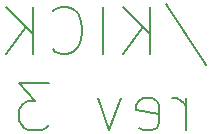
<source format=gbr>
%TF.GenerationSoftware,KiCad,Pcbnew,(6.0.5)*%
%TF.CreationDate,2022-06-26T17:30:21+02:00*%
%TF.ProjectId,midiperformer,6d696469-7065-4726-966f-726d65722e6b,rev?*%
%TF.SameCoordinates,Original*%
%TF.FileFunction,Legend,Bot*%
%TF.FilePolarity,Positive*%
%FSLAX46Y46*%
G04 Gerber Fmt 4.6, Leading zero omitted, Abs format (unit mm)*
G04 Created by KiCad (PCBNEW (6.0.5)) date 2022-06-26 17:30:21*
%MOMM*%
%LPD*%
G01*
G04 APERTURE LIST*
%ADD10C,0.150000*%
%ADD11R,1.700000X1.700000*%
%ADD12O,1.700000X1.700000*%
%ADD13C,1.600000*%
%ADD14R,1.600000X1.600000*%
%ADD15O,1.600000X1.600000*%
%ADD16C,6.400000*%
%ADD17C,0.800000*%
G04 APERTURE END LIST*
D10*
X234638095Y-76899047D02*
X238066666Y-82041904D01*
X233304761Y-81089523D02*
X233304761Y-77089523D01*
X231019047Y-81089523D02*
X232733333Y-78803809D01*
X231019047Y-77089523D02*
X233304761Y-79375238D01*
X229304761Y-81089523D02*
X229304761Y-77089523D01*
X225114285Y-80708571D02*
X225304761Y-80899047D01*
X225876190Y-81089523D01*
X226257142Y-81089523D01*
X226828571Y-80899047D01*
X227209523Y-80518095D01*
X227400000Y-80137142D01*
X227590476Y-79375238D01*
X227590476Y-78803809D01*
X227400000Y-78041904D01*
X227209523Y-77660952D01*
X226828571Y-77280000D01*
X226257142Y-77089523D01*
X225876190Y-77089523D01*
X225304761Y-77280000D01*
X225114285Y-77470476D01*
X223400000Y-81089523D02*
X223400000Y-77089523D01*
X221114285Y-81089523D02*
X222828571Y-78803809D01*
X221114285Y-77089523D02*
X223400000Y-79375238D01*
X236352380Y-87529523D02*
X236352380Y-84862857D01*
X236352380Y-85624761D02*
X236161904Y-85243809D01*
X235971428Y-85053333D01*
X235590476Y-84862857D01*
X235209523Y-84862857D01*
X232352380Y-87339047D02*
X232733333Y-87529523D01*
X233495238Y-87529523D01*
X233876190Y-87339047D01*
X234066666Y-86958095D01*
X234066666Y-85434285D01*
X233876190Y-85053333D01*
X233495238Y-84862857D01*
X232733333Y-84862857D01*
X232352380Y-85053333D01*
X232161904Y-85434285D01*
X232161904Y-85815238D01*
X234066666Y-86196190D01*
X230828571Y-84862857D02*
X229876190Y-87529523D01*
X228923809Y-84862857D01*
X224733333Y-83529523D02*
X222257142Y-83529523D01*
X223590476Y-85053333D01*
X223019047Y-85053333D01*
X222638095Y-85243809D01*
X222447619Y-85434285D01*
X222257142Y-85815238D01*
X222257142Y-86767619D01*
X222447619Y-87148571D01*
X222638095Y-87339047D01*
X223019047Y-87529523D01*
X224161904Y-87529523D01*
X224542857Y-87339047D01*
X224733333Y-87148571D01*
%LPC*%
D11*
%TO.C,J4*%
X208875000Y-66932744D03*
D12*
X211415000Y-66932744D03*
X213955000Y-66932744D03*
%TD*%
D11*
%TO.C,J3*%
X208875000Y-60082744D03*
D12*
X211415000Y-60082744D03*
X213955000Y-60082744D03*
%TD*%
D11*
%TO.C,SW1*%
X212400000Y-97400000D03*
D12*
X214940000Y-97400000D03*
%TD*%
D11*
%TO.C,J1*%
X219735000Y-59882744D03*
D12*
X222275000Y-59882744D03*
X224815000Y-59882744D03*
%TD*%
D11*
%TO.C,J6*%
X200335000Y-89780000D03*
D12*
X202875000Y-89780000D03*
X200335000Y-87240000D03*
X202875000Y-87240000D03*
X200335000Y-84700000D03*
X202875000Y-84700000D03*
X200335000Y-82160000D03*
X202875000Y-82160000D03*
X200335000Y-79620000D03*
X202875000Y-79620000D03*
X200335000Y-77080000D03*
X202875000Y-77080000D03*
X200335000Y-74540000D03*
X202875000Y-74540000D03*
X200335000Y-72000000D03*
X202875000Y-72000000D03*
%TD*%
D13*
%TO.C,U4*%
X242570000Y-74960000D03*
X240030000Y-74960000D03*
X237490000Y-74960000D03*
X234950000Y-74960000D03*
X232410000Y-74960000D03*
X229870000Y-74960000D03*
X227330000Y-74960000D03*
X224790000Y-74960000D03*
X222250000Y-74960000D03*
X219710000Y-74960000D03*
X217170000Y-74960000D03*
X214630000Y-74960000D03*
X212090000Y-74960000D03*
X209550000Y-74960000D03*
X209550000Y-90200000D03*
X212090000Y-90200000D03*
X214630000Y-90200000D03*
X217170000Y-90200000D03*
X219710000Y-90200000D03*
X222250000Y-90200000D03*
X224790000Y-90200000D03*
X227330000Y-90200000D03*
X229870000Y-90200000D03*
X232410000Y-90200000D03*
X234950000Y-90200000D03*
X237490000Y-90200000D03*
X240030000Y-90200000D03*
X242570000Y-90200000D03*
%TD*%
D11*
%TO.C,J2*%
X233950000Y-59857744D03*
D12*
X236490000Y-59857744D03*
X239030000Y-59857744D03*
%TD*%
D14*
%TO.C,U2*%
X241275000Y-62882744D03*
D15*
X238735000Y-62882744D03*
X236195000Y-62882744D03*
X233655000Y-62882744D03*
X233655000Y-70502744D03*
X236195000Y-70502744D03*
X238735000Y-70502744D03*
X241275000Y-70502744D03*
%TD*%
D16*
%TO.C,H1*%
X238600000Y-95000000D03*
%TD*%
D11*
%TO.C,U5*%
X202075000Y-97575000D03*
D12*
X204615000Y-97575000D03*
X207155000Y-97575000D03*
%TD*%
D16*
%TO.C,H2*%
X203800000Y-63600000D03*
%TD*%
D11*
%TO.C,J5*%
X221000000Y-95000000D03*
D12*
X221000000Y-97540000D03*
%TD*%
D14*
%TO.C,U1*%
X225075000Y-62882744D03*
D15*
X222535000Y-62882744D03*
X219995000Y-62882744D03*
X217455000Y-62882744D03*
X217455000Y-70502744D03*
X219995000Y-70502744D03*
X222535000Y-70502744D03*
X225075000Y-70502744D03*
%TD*%
D17*
X209600000Y-79100000D03*
X207200000Y-91600000D03*
X208500000Y-63800000D03*
X236600000Y-76800000D03*
X239100000Y-88500000D03*
X211000000Y-76700000D03*
X242900000Y-72600000D03*
X228100000Y-69200000D03*
X208500000Y-70700000D03*
X211700000Y-93100000D03*
X226000000Y-88700000D03*
X233500000Y-66600000D03*
X209000000Y-84700000D03*
X203200000Y-69200000D03*
X230800000Y-59800000D03*
X221600000Y-73000000D03*
X227000000Y-72900000D03*
X208900000Y-87200000D03*
X241200000Y-66300000D03*
X217600000Y-77000000D03*
X209800000Y-97400000D03*
X217400000Y-82000000D03*
X216200000Y-61300000D03*
X216688158Y-93694734D03*
X218900000Y-67300000D03*
X224200000Y-84600000D03*
X220800000Y-84000000D03*
X200500000Y-92500000D03*
X209000000Y-82200000D03*
X217300000Y-79700000D03*
X211999998Y-72000000D03*
X230600000Y-72500000D03*
M02*

</source>
